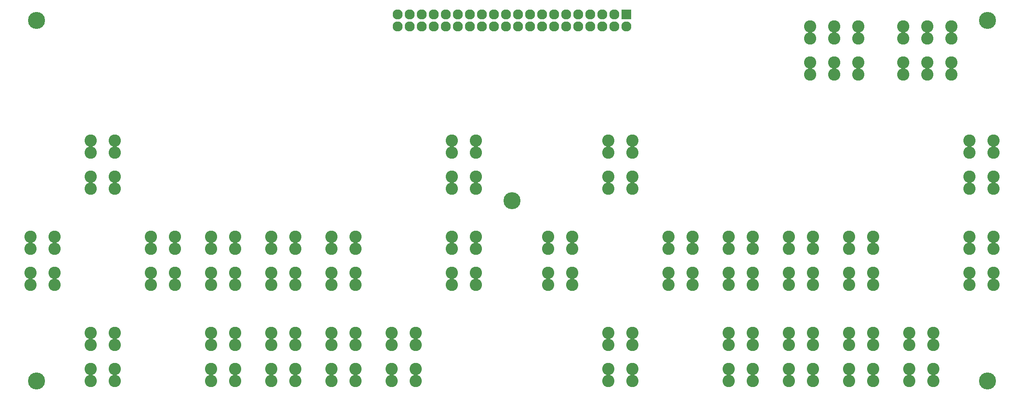
<source format=gbs>
G04 #@! TF.FileFunction,Soldermask,Bot*
%FSLAX46Y46*%
G04 Gerber Fmt 4.6, Leading zero omitted, Abs format (unit mm)*
G04 Created by KiCad (PCBNEW 4.0.4-snap1-stable) date Tue Jun 27 15:23:53 2017*
%MOMM*%
%LPD*%
G01*
G04 APERTURE LIST*
%ADD10C,0.100000*%
%ADD11C,3.600000*%
%ADD12R,2.127200X2.127200*%
%ADD13O,2.127200X2.127200*%
%ADD14C,2.600000*%
G04 APERTURE END LIST*
D10*
D11*
X252730000Y-54610000D03*
D12*
X176530000Y-53340000D03*
D13*
X176530000Y-55880000D03*
X173990000Y-53340000D03*
X173990000Y-55880000D03*
X171450000Y-53340000D03*
X171450000Y-55880000D03*
X168910000Y-53340000D03*
X168910000Y-55880000D03*
X166370000Y-53340000D03*
X166370000Y-55880000D03*
X163830000Y-53340000D03*
X163830000Y-55880000D03*
X161290000Y-53340000D03*
X161290000Y-55880000D03*
X158750000Y-53340000D03*
X158750000Y-55880000D03*
X156210000Y-53340000D03*
X156210000Y-55880000D03*
X153670000Y-53340000D03*
X153670000Y-55880000D03*
X151130000Y-53340000D03*
X151130000Y-55880000D03*
X148590000Y-53340000D03*
X148590000Y-55880000D03*
X146050000Y-53340000D03*
X146050000Y-55880000D03*
X143510000Y-53340000D03*
X143510000Y-55880000D03*
X140970000Y-53340000D03*
X140970000Y-55880000D03*
X138430000Y-53340000D03*
X138430000Y-55880000D03*
X135890000Y-53340000D03*
X135890000Y-55880000D03*
X133350000Y-53340000D03*
X133350000Y-55880000D03*
X130810000Y-53340000D03*
X130810000Y-55880000D03*
X128270000Y-53340000D03*
X128270000Y-55880000D03*
D14*
X50800000Y-100330000D03*
X50800000Y-102870000D03*
X55880000Y-100330000D03*
X55880000Y-102870000D03*
X50800000Y-107950000D03*
X50800000Y-110490000D03*
X55880000Y-107950000D03*
X55880000Y-110490000D03*
X63500000Y-80010000D03*
X63500000Y-82550000D03*
X68580000Y-80010000D03*
X68580000Y-82550000D03*
X63500000Y-87630000D03*
X63500000Y-90170000D03*
X68580000Y-87630000D03*
X68580000Y-90170000D03*
X63500000Y-120650000D03*
X63500000Y-123190000D03*
X68580000Y-120650000D03*
X68580000Y-123190000D03*
X63500000Y-128270000D03*
X63500000Y-130810000D03*
X68580000Y-128270000D03*
X68580000Y-130810000D03*
X76200000Y-100330000D03*
X76200000Y-102870000D03*
X81280000Y-100330000D03*
X81280000Y-102870000D03*
X76200000Y-107950000D03*
X76200000Y-110490000D03*
X81280000Y-107950000D03*
X81280000Y-110490000D03*
X88900000Y-100330000D03*
X88900000Y-102870000D03*
X93980000Y-100330000D03*
X93980000Y-102870000D03*
X88900000Y-107950000D03*
X88900000Y-110490000D03*
X93980000Y-107950000D03*
X93980000Y-110490000D03*
X88900000Y-120650000D03*
X88900000Y-123190000D03*
X93980000Y-120650000D03*
X93980000Y-123190000D03*
X88900000Y-128270000D03*
X88900000Y-130810000D03*
X93980000Y-128270000D03*
X93980000Y-130810000D03*
X101600000Y-100330000D03*
X101600000Y-102870000D03*
X106680000Y-100330000D03*
X106680000Y-102870000D03*
X101600000Y-107950000D03*
X101600000Y-110490000D03*
X106680000Y-107950000D03*
X106680000Y-110490000D03*
X101600000Y-120650000D03*
X101600000Y-123190000D03*
X106680000Y-120650000D03*
X106680000Y-123190000D03*
X101600000Y-128270000D03*
X101600000Y-130810000D03*
X106680000Y-128270000D03*
X106680000Y-130810000D03*
X114300000Y-100330000D03*
X114300000Y-102870000D03*
X119380000Y-100330000D03*
X119380000Y-102870000D03*
X114300000Y-107950000D03*
X114300000Y-110490000D03*
X119380000Y-107950000D03*
X119380000Y-110490000D03*
X114300000Y-120650000D03*
X114300000Y-123190000D03*
X119380000Y-120650000D03*
X119380000Y-123190000D03*
X114300000Y-128270000D03*
X114300000Y-130810000D03*
X119380000Y-128270000D03*
X119380000Y-130810000D03*
X127000000Y-120650000D03*
X127000000Y-123190000D03*
X132080000Y-120650000D03*
X132080000Y-123190000D03*
X127000000Y-128270000D03*
X127000000Y-130810000D03*
X132080000Y-128270000D03*
X132080000Y-130810000D03*
X139700000Y-80010000D03*
X139700000Y-82550000D03*
X144780000Y-80010000D03*
X144780000Y-82550000D03*
X139700000Y-87630000D03*
X139700000Y-90170000D03*
X144780000Y-87630000D03*
X144780000Y-90170000D03*
X139700000Y-100330000D03*
X139700000Y-102870000D03*
X144780000Y-100330000D03*
X144780000Y-102870000D03*
X139700000Y-107950000D03*
X139700000Y-110490000D03*
X144780000Y-107950000D03*
X144780000Y-110490000D03*
X160020000Y-100330000D03*
X160020000Y-102870000D03*
X165100000Y-100330000D03*
X165100000Y-102870000D03*
X160020000Y-107950000D03*
X160020000Y-110490000D03*
X165100000Y-107950000D03*
X165100000Y-110490000D03*
X172720000Y-80010000D03*
X172720000Y-82550000D03*
X177800000Y-80010000D03*
X177800000Y-82550000D03*
X172720000Y-87630000D03*
X172720000Y-90170000D03*
X177800000Y-87630000D03*
X177800000Y-90170000D03*
X172720000Y-120650000D03*
X172720000Y-123190000D03*
X177800000Y-120650000D03*
X177800000Y-123190000D03*
X172720000Y-128270000D03*
X172720000Y-130810000D03*
X177800000Y-128270000D03*
X177800000Y-130810000D03*
X185420000Y-100330000D03*
X185420000Y-102870000D03*
X190500000Y-100330000D03*
X190500000Y-102870000D03*
X185420000Y-107950000D03*
X185420000Y-110490000D03*
X190500000Y-107950000D03*
X190500000Y-110490000D03*
X198120000Y-100330000D03*
X198120000Y-102870000D03*
X203200000Y-100330000D03*
X203200000Y-102870000D03*
X198120000Y-107950000D03*
X198120000Y-110490000D03*
X203200000Y-107950000D03*
X203200000Y-110490000D03*
X198120000Y-120650000D03*
X198120000Y-123190000D03*
X203200000Y-120650000D03*
X203200000Y-123190000D03*
X198120000Y-128270000D03*
X198120000Y-130810000D03*
X203200000Y-128270000D03*
X203200000Y-130810000D03*
X210820000Y-100330000D03*
X210820000Y-102870000D03*
X215900000Y-100330000D03*
X215900000Y-102870000D03*
X210820000Y-107950000D03*
X210820000Y-110490000D03*
X215900000Y-107950000D03*
X215900000Y-110490000D03*
X210820000Y-120650000D03*
X210820000Y-123190000D03*
X215900000Y-120650000D03*
X215900000Y-123190000D03*
X210820000Y-128270000D03*
X210820000Y-130810000D03*
X215900000Y-128270000D03*
X215900000Y-130810000D03*
X223520000Y-100330000D03*
X223520000Y-102870000D03*
X228600000Y-100330000D03*
X228600000Y-102870000D03*
X223520000Y-107950000D03*
X223520000Y-110490000D03*
X228600000Y-107950000D03*
X228600000Y-110490000D03*
X223520000Y-120650000D03*
X223520000Y-123190000D03*
X228600000Y-120650000D03*
X228600000Y-123190000D03*
X223520000Y-128270000D03*
X223520000Y-130810000D03*
X228600000Y-128270000D03*
X228600000Y-130810000D03*
X236220000Y-120650000D03*
X236220000Y-123190000D03*
X241300000Y-120650000D03*
X241300000Y-123190000D03*
X236220000Y-128270000D03*
X236220000Y-130810000D03*
X241300000Y-128270000D03*
X241300000Y-130810000D03*
X248920000Y-80010000D03*
X248920000Y-82550000D03*
X254000000Y-80010000D03*
X254000000Y-82550000D03*
X248920000Y-87630000D03*
X248920000Y-90170000D03*
X254000000Y-87630000D03*
X254000000Y-90170000D03*
X248920000Y-100330000D03*
X248920000Y-102870000D03*
X254000000Y-100330000D03*
X254000000Y-102870000D03*
X248920000Y-107950000D03*
X248920000Y-110490000D03*
X254000000Y-107950000D03*
X254000000Y-110490000D03*
D11*
X52070000Y-54610000D03*
X52070000Y-130810000D03*
X252730000Y-130810000D03*
X152400000Y-92710000D03*
D14*
X215265000Y-55880000D03*
X215265000Y-58420000D03*
X215265000Y-63500000D03*
X215265000Y-66040000D03*
X220345000Y-55880000D03*
X220345000Y-58420000D03*
X220345000Y-63500000D03*
X220345000Y-66040000D03*
X225425000Y-55880000D03*
X225425000Y-58420000D03*
X225425000Y-63500000D03*
X225425000Y-66040000D03*
X234950000Y-55880000D03*
X234950000Y-58420000D03*
X234950000Y-63500000D03*
X234950000Y-66040000D03*
X240030000Y-55880000D03*
X240030000Y-58420000D03*
X240030000Y-63500000D03*
X240030000Y-66040000D03*
X245110000Y-55880000D03*
X245110000Y-58420000D03*
X245110000Y-63500000D03*
X245110000Y-66040000D03*
M02*

</source>
